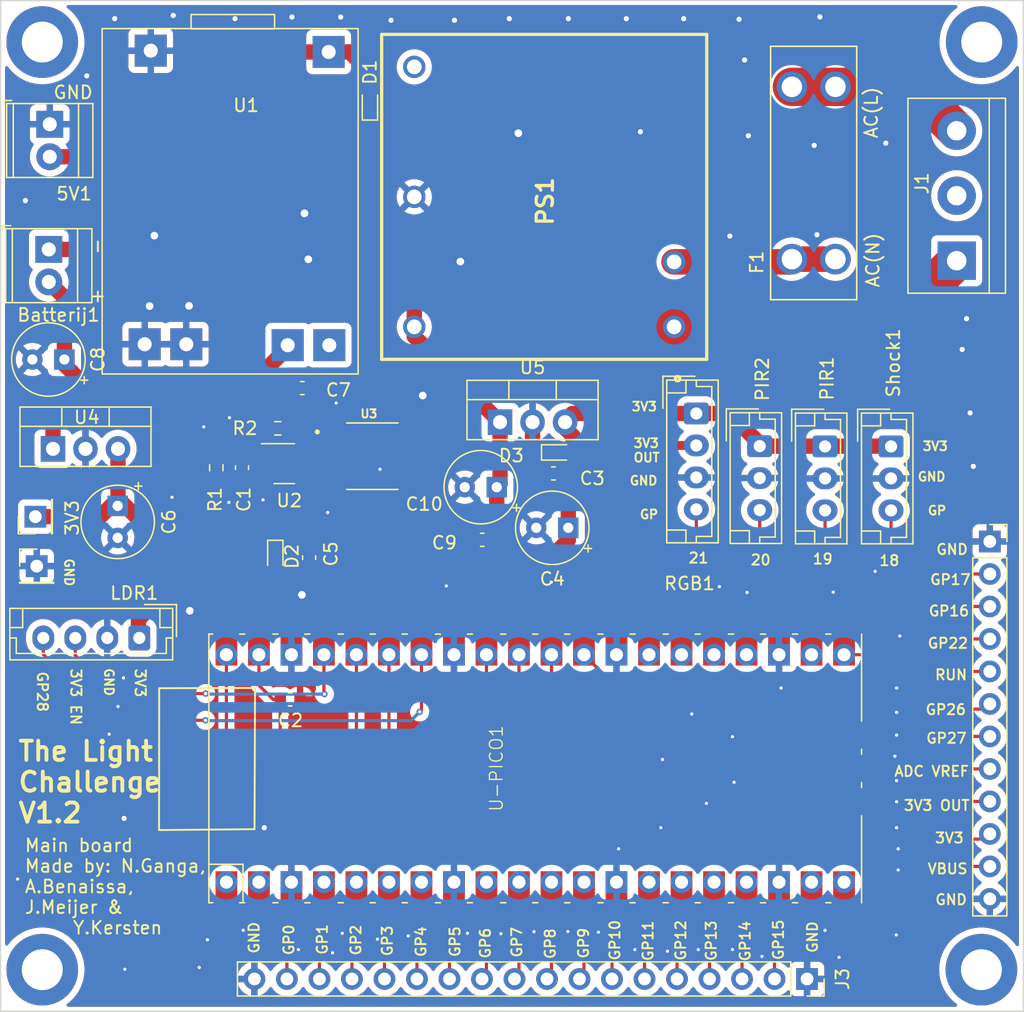
<source format=kicad_pcb>
(kicad_pcb (version 20221018) (generator pcbnew)
  (layers (0 "F.Cu" mixed "Signal&Power1") (31 "B.Cu" mixed "P-") (34 "B.Paste" user) (35 "F.Paste" user) (36 "B.SilkS" user "B.Silkscreen") (37 "F.SilkS" user "F.Silkscreen") (38 "B.Mask" user) (39 "F.Mask" user) (44 "Edge.Cuts" user))
  (net 0 "")
  (net 1 "3V3")
  (net 2 "+5V")
  (net 3 "Net-(U2-VDD)")
  (net 4 "VBUS")
  (net 5 "RUN")
  (net 6 "ADC VREF")
  (net 7 "3V3 OUT")
  (net 8 "3V3 EN")
  (net 9 "GP28")
  (net 10 "GP27")
  (net 11 "GP26")
  (net 12 "GP22")
  (net 13 "GP21")
  (net 14 "GP20")
  (net 15 "GP19")
  (net 16 "GP18")
  (net 17 "GP17")
  (net 18 "GP16")
  (net 19 "GP15")
  (net 20 "GP14")
  (net 21 "GP13")
  (net 22 "GP12")
  (net 23 "GP11")
  (net 24 "GP10")
  (net 25 "GP9")
  (net 26 "GP8")
  (net 27 "GP7")
  (net 28 "GP6")
  (net 29 "GP5")
  (net 30 "GP4")
  (net 31 "GP3")
  (net 32 "GP2")
  (net 33 "GP1")
  (net 34 "GP0")
  (net 35 "Net-(U2-VM)")
  (net 36 "Net-(U2-DO)")
  (net 37 "Net-(U2-CO)")
  (net 38 "OUT+")
  (net 39 "Net-(U3-Pad5)")
  (net 40 "/Battery_charger/Fuse_in")
  (net 41 "/Battery_charger/Fuse")
  (net 43 "/Battery_charger/GNDAC")
  (net 44 "P-")
  (net 45 "Batterij-")
  (net 46 "Batterij+")
  (footprint "MountingHole:MountingHole_3.2mm_M3_DIN965_Pad" (layer "F.Cu") (at 175.6918 148.8948)
    (fp_text reference "H1" hide)
    (fp_text value "MountingHole" hide)
  )
  (footprint "Connector_JST:JST_EH_B4B-EH-A_1x04_P2.50mm_Vertical" (layer "F.Cu") (at 183.2718 122.9614 180)
    (fp_text reference "LDR1")
    (fp_text value "LDR" hide)
  )
  (footprint "BMS:bms" (layer "F.Cu") (at 177.12 78.076)
    (fp_text reference "U1")
    (fp_text value "~")
  )
  (footprint "Package_TO_SOT_SMD:SOT-23-5" (layer "F.Cu") (at 194.6075 109.335)
    (fp_text reference "U2")
    (fp_text value "AP9101CK" hide)
  )
  (footprint "Capacitor_THT:CP_Radial_Tantal_D5.5mm_P2.50mm" (layer "F.Cu") (at 211.203569 111.1758 180)
    (fp_text reference "C10")
    (fp_text value "C_Polarized" hide)
  )
  (footprint "Capacitor_SMD:C_0603_1608Metric" (layer "F.Cu") (at 210.0704 115.2906 180)
    (fp_text reference "C9")
    (fp_text value "100n" hide)
  )
  (footprint "3557-2:FUSE_3557-2" (layer "F.Cu") (at 235.966 86.614 90)
    (fp_text reference "F1")
    (fp_text value "Fuse" hide)
  )
  (footprint "Capacitor_SMD:C_0603_1608Metric" (layer "F.Cu") (at 215.633 110.1 180)
    (fp_text reference "C3")
    (fp_text value "100n" hide)
  )
  (footprint "Capacitor_SMD:C_0603_1608Metric" (layer "F.Cu") (at 191.3 109.65 -90)
    (fp_text reference "C1")
    (fp_text value "100n" hide)
  )
  (footprint "Diode_SMD:D_SOD-523" (layer "F.Cu") (at 215.962 108.458)
    (fp_text reference "D3")
    (fp_text value "ESD9B3.3ST5G" hide)
  )
  (footprint "Connector_PinHeader_2.54mm:PinHeader_1x01_P2.54mm_Vertical" (layer "F.Cu") (at 175.15 113.48 90)
    (fp_text reference "3V3")
    (fp_text value "Conn_01x01_Socket" hide)
  )
  (footprint "Package_TO_SOT_THT:TO-220-3_Vertical" (layer "F.Cu") (at 211.46 106.09)
    (fp_text reference "U5")
    (fp_text value "~")
  )
  (footprint "Capacitor_SMD:C_0603_1608Metric" (layer "F.Cu") (at 196.5452 116.6876 90)
    (fp_text reference "C5")
    (fp_text value "100n" hide)
  )
  (footprint "Package_TO_SOT_THT:TO-220-3_Vertical" (layer "F.Cu") (at 176.53 108.18)
    (fp_text reference "U4")
    (fp_text value "~")
  )
  (footprint "KiCad:TMPS05-105" (layer "F.Cu") (at 214.91 88.48 90)
    (fp_text reference "PS1")
    (fp_text value "TMPS_05-105" hide)
  )
  (footprint "TerminalBlock_TE-Connectivity:TerminalBlock_TE_282834-2_1x02_P2.54mm_Horizontal" (layer "F.Cu") (at 176.2 92.59 -90)
    (fp_text reference "Batterij1")
    (fp_text value "Screw_Terminal_01x02" hide)
  )
  (footprint "Capacitor_SMD:C_0603_1608Metric" (layer "F.Cu") (at 195.059 127.762)
    (fp_text reference "C2")
    (fp_text value "100n" hide)
  )
  (footprint "Connector_PinSocket_2.54mm:PinSocket_1x12_P2.54mm_Vertical" (layer "F.Cu") (at 249.73 115.42)
    (fp_text reference "J4" hide)
    (fp_text value "Conn_01x12_Socket" hide)
  )
  (footprint "Connector_JST:JST_EH_B3B-EH-A_1x03_P2.50mm_Vertical" (layer "F.Cu") (at 236.855 107.99 -90)
    (fp_text reference "PIR1")
    (fp_text value "~")
  )
  (footprint "MountingHole:MountingHole_3.2mm_M3_DIN965_Pad" (layer "F.Cu") (at 249.0978 76.3778)
    (fp_text reference "H3" hide)
    (fp_text value "MountingHole" hide)
  )
  (footprint "TerminalBlock:TerminalBlock_bornier-3_P5.08mm" (layer "F.Cu") (at 247.142 93.472 90)
    (fp_text reference "J1")
    (fp_text value "Screw_Terminal_01x03" hide)
  )
  (footprint "Capacitor_SMD:C_0603_1608Metric" (layer "F.Cu") (at 196.0118 103.4288)
    (fp_text reference "C7")
    (fp_text value "100n" hide)
  )
  (footprint "Connector_PinSocket_2.54mm:PinSocket_1x18_P2.54mm_Vertical" (layer "F.Cu") (at 235.45 149.62 -90)
    (fp_text reference "J3")
    (fp_text value "Conn_01x18_Socket" hide)
  )
  (footprint "Capacitor_THT:CP_Radial_Tantal_D5.5mm_P2.50mm" (layer "F.Cu") (at 216.791569 114.3508 180)
    (fp_text reference "C4")
    (fp_text value "C_Polarized" hide)
  )
  (footprint "Capacitor_THT:CP_Radial_Tantal_D5.5mm_P2.50mm" (layer "F.Cu") (at 177.421569 101.1936 180)
    (fp_text reference "C8")
    (fp_text value "C_Polarized" hide)
  )
  (footprint "Pico footprint:PICO" (layer "F.Cu") (at 211.67 133.16 90)
    (fp_text reference "U-PICO1")
    (fp_text value "~")
  )
  (footprint "TerminalBlock_TE-Connectivity:TerminalBlock_TE_282834-2_1x02_P2.54mm_Horizontal" (layer "F.Cu") (at 176.276 82.804 -90)
    (fp_text reference "5V1")
    (fp_text value "Conn_01x02_Socket" hide)
  )
  (footprint "Connector_JST:JST_EH_B4B-EH-A_1x04_P2.50mm_Vertical" (layer "F.Cu") (at 226.7966 105.4138 -90)
    (fp_text reference "RGB1")
    (fp_text value "RGB" hide)
  )
  (footprint "Diode_SMD:D_SOD-523" (layer "F.Cu") (at 201.295 81.215 90)
    (fp_text reference "D1")
    (fp_text value "ESD9B3.3ST5G" hide)
  )
  (footprint "MountingHole:MountingHole_3.2mm_M3_DIN965_Pad" (layer "F.Cu") (at 175.6918 76.3778)
    (fp_text reference "H2" hide)
    (fp_text value "MountingHole" hide)
  )
  (footprint "Connector_JST:JST_EH_B3B-EH-A_1x03_P2.50mm_Vertical" (layer "F.Cu") (at 242.0112 107.99 -90)
    (fp_text reference "Shock1")
    (fp_text value "~")
  )
  (footprint "MountingHole:MountingHole_3.2mm_M3_DIN965_Pad" (layer "F.Cu") (at 249.0724 148.8948)
    (fp_text reference "H4" hide)
    (fp_text value "MountingHole" hide)
  )
  (footprint "Connector_JST:JST_EH_B3B-EH-A_1x03_P2.50mm_Vertical" (layer "F.Cu") (at 231.7496 107.9646 -90)
    (fp_text reference "PIR2")
    (fp_text value "~")
  )
  (footprint "Resistor_SMD:R_0603_1608Metric" (layer "F.Cu") (at 189.29 109.65 90)
    (fp_text reference "R1")
    (fp_text value "330" hide)
  )
  (footprint "Connector_PinHeader_2.54mm:PinHeader_1x01_P2.54mm_Vertical" (layer "F.Cu") (at 175.26 117.348)
    (fp_text reference "P-1" hide)
    (fp_text value "Conn_01x01_Socket" hide)
  )
  (footprint "Capacitor_THT:CP_Radial_Tantal_D5.5mm_P2.50mm" (layer "F.Cu") (at 181.5846 112.6382 -90)
    (fp_text reference "C6")
    (fp_text value "C_Polarized" hide)
  )
  (footprint "Diode_SMD:D_SOD-523" (layer "F.Cu") (at 193.9 116.586 -90)
    (fp_text reference "D2")
    (fp_text value "ESD9B3.3ST5G" hide)
  )
  (footprint "Resistor_SMD:R_0603_1608Metric" (layer "F.Cu") (at 194.105 106.575 180)
    (fp_text reference "R2")
    (fp_text value "2K7" hide)
  )
  (footprint "MOSFET footprint:SOIC127P600X175-8N" (layer "F.Cu") (at 201.48 108.755)
    (fp_text reference "U3")
    (fp_text value "SP8K32FRATB" hide)
  )
  (gr_line (start 192.318 126.87) (end 192.278 137.91) (stroke (width 0.15)) (layer "F.SilkS"))
  (gr_line (start 184.818 137.98) (end 184.828 126.89) (stroke (width 0.15)) (layer "F.SilkS"))
  (gr_line (start 184.828 126.89) (end 192.318 126.87) (stroke (width 0.15)) (layer "F.SilkS"))
  (gr_line (start 192.278 137.91) (end 184.818 137.98) (stroke (width 0.15)) (layer "F.SilkS"))
  (gr_rect (start 172.44 73.14) (end 252.35 152.14) (stroke (width 0.1)) (fill none) (layer "Edge.Cuts"))
  (gr_text "3V3" (at 182.88 125.2728 -90) (layer "F.SilkS") (effects (font (size 0.8 0.8) (thickness 0.15) bold) (justify left bottom)))
  (gr_text "GND" (at 180.4924 125.2474 270) (layer "F.SilkS") (effects (font (size 0.7 0.7)) (justify left bottom)))
  (gr_text "GP" (at 244.8052 113.411) (layer "F.SilkS") (effects (font (size 0.7 0.7)) (justify left bottom)))
  (gr_text "GND" (at 221.5134 111.0742) (layer "F.SilkS") (effects (font (size 0.7 0.7)) (justify left bottom)))
  (gr_text "20" (at 230.9622 117.3334) (layer "F.SilkS") (effects (font (size 0.8 0.8) (thickness 0.15) bold) (justify left bottom)))
  (gr_text "GP14" (at 231.08 148.32 90) (layer "F.SilkS") (effects (font (size 0.8 0.8) (thickness 0.15) bold) (justify left bottom)))
  (gr_text "GP8" (at 215.85 148.14 90) (layer "F.SilkS") (effects (font (size 0.8 0.8) (thickness 0.15) bold) (justify left bottom)))
  (gr_text "ADC VREF" (at 242.189 133.858) (layer "F.SilkS") (effects (font (size 0.8 0.8) (thickness 0.15) bold) (justify left bottom)))
  (gr_text "GP22" (at 244.793 123.842) (layer "F.SilkS") (effects (font (size 0.8 0.8) (thickness 0.15) bold) (justify left bottom)))
  (gr_text "19" (at 235.8136 117.2572) (layer "F.SilkS") (effects (font (size 0.8 0.8) (thickness 0.15) bold) (justify left bottom)))
  (gr_text "The Light \nChallenge \nV1.2" (at 173.68 137.52) (layer "F.SilkS") (effects (font (size 1.5 1.5) (thickness 0.3) bold) (justify left bottom)))
  (gr_text "RUN" (at 245.364 126.3142) (layer "F.SilkS") (effects (font (size 0.8 0.8) (thickness 0.15) bold) (justify left bottom)))
  (gr_text "21" (at 226.1108 117.181) (layer "F.SilkS") (effects (font (size 0.8 0.8) (thickness 0.15) bold) (justify left bottom)))
  (gr_text "GP16" (at 244.873 121.322) (layer "F.SilkS") (effects (font (size 0.8 0.8) (thickness 0.15) bold) (justify left bottom)))
  (gr_text "Main board\nMade by: N.Ganga, \nA.Benaissa,\nJ.Meijer & \n	Y.Kersten" (at 174.244 146.2024) (layer "F.SilkS") (effects (font (size 1 1)) (justify left bottom)))
  (gr_text "GP13" (at 228.43 148.29 90) (layer "F.SilkS") (effects (font (size 0.8 0.8) (thickness 0.15) bold) (justify left bottom)))
  (gr_text "GP0" (at 195.43 147.84 90) (layer "F.SilkS") (effects (font (size 0.8 0.8) (thickness 0.15) bold) (justify left bottom)))
  (gr_text "GP11" (at 223.49 148.3 90) (layer "F.SilkS") (effects (font (size 0.8 0.8) (thickness 0.15) bold) (justify left bottom)))
  (gr_text "GP1" (at 198.04 147.81 90) (layer "F.SilkS") (effects (font (size 0.8 0.8) (thickness 0.15) bold) (justify left bottom)))
  (gr_text "+" (at 180.0352 96.1898) (layer "F.SilkS") (effects (font (size 1 1))))
  (gr_text "GP7" (at 213.24 148.02 90) (layer "F.SilkS") (effects (font (size 0.8 0.8) (thickness 0.15) bold) (justify left bottom)))
  (gr_text "GP9" (at 218.45 148.1 90) (layer "F.SilkS") (effects (font (size 0.8 0.8) (thickness 0.15) bold) (justify left bottom)))
  (gr_text "3V3 OUT" (at 242.9256 136.525) (layer "F.SilkS") (effects (font (size 0.8 0.8) (thickness 0.15) bold) (justify left bottom)))
  (gr_text "GND" (at 244.0178 110.7694) (layer "F.SilkS") (effects (font (size 0.7 0.7)) (justify left bottom)))
  (gr_text "GP17" (at 244.983 118.872) (layer "F.SilkS") (effects (font (size 0.8 0.8) (thickness 0.15) bold) (justify left bottom)))
  (gr_text "GND" (at 192.71 147.71 90) (layer "F.SilkS") (effects (font (size 0.8 0.8) (thickness 0.15) bold) (justify left bottom)))
  (gr_text "GP5" (at 208.41 147.98 90) (layer "F.SilkS") (effects (font (size 0.8 0.8) (thickness 0.15) bold) (justify left bottom)))
  (gr_text "3V3" (at 221.6658 105.283) (layer "F.SilkS") (effects (font (size 0.7 0.7)) (justify left bottom)))
  (gr_text "GP3" (at 203.12 147.92 90) (layer "F.SilkS") (effects (font (size 0.8 0.8) (thickness 0.15) bold) (justify left bottom)))
  (gr_text "3V3 EN" (at 177.8508 125.2728 -90) (layer "F.SilkS") (effects (font (size 0.8 0.8) (thickness 0.15) bold) (justify left bottom)))
  (gr_text "GP6" (at 210.78 148.1 90) (layer "F.SilkS") (effects (font (size 0.8 0.8) (thickness 0.15) bold) (justify left bottom)))
  (gr_text "3V3" (at 244.3988 108.3818) (layer "F.SilkS") (effects (font (size 0.7 0.7)) (justify left bottom)))
  (gr_text "GP28" (at 175.2346 125.5014 -90) (layer "F.SilkS") (effects (font (size 0.8 0.8) (thickness 0.15) bold) (justify left bottom)))
  (gr_text "GND" (at 178.1048 80.3148) (layer "F.SilkS") (effects (font (size 1 1))))
  (gr_text "GP27" (at 244.6782 131.2672) (layer "F.SilkS") (effects (font (size 0.8 0.8) (thickness 0.15) bold) (justify left bottom)))
  (gr_text "GP" (at 222.3008 113.7158) (layer "F.SilkS") (effects (font (size 0.7 0.7)) (justify left bottom)))
  (gr_text "GP2" (at 200.67 147.86 90) (layer "F.SilkS") (effects (font (size 0.8 0.8) (thickness 0.15) bold) (justify left bottom)))
  (gr_text "18" (at 241.0206 117.3842) (layer "F.SilkS") (effects (font (size 0.8 0.8) (thickness 0.15) bold) (justify left bottom)))
  (gr_text "GND" (at 236.34 147.66 90) (layer "F.SilkS") (effects (font (size 0.8 0.8) (thickness 0.15) bold) (justify left bottom)))
  (gr_text "3V3\nOUT" (at 221.8182 109.2708) (layer "F.SilkS") (effects (font (size 0.7 0.7)) (justify left bottom)))
  (gr_text "GP15" (at 233.68 148.22 90) (layer "F.SilkS") (effects (font (size 0.8 0.8) (thickness 0.15) bold) (justify left bottom)))
  (gr_text "GND" (at 245.4656 116.5098) (layer "F.SilkS") (effects (font (size 0.8 0.8) (thickness 0.15) bold) (justify left bottom)))
  (gr_text "GP4" (at 205.75 147.98 90) (layer "F.SilkS") (effects (font (size 0.8 0.8) (thickness 0.15) bold) (justify left bottom)))
  (gr_text "AC(N)" (at 240.5888 93.4212 90) (layer "F.SilkS") (effects (font (size 1 1))))
  (gr_text "AC(L)" (at 240.4618 81.8896 90) (layer "F.SilkS") (effects (font (size 1 1))))
  (gr_text "-" (at 180.1114 92.3544 -90) (layer "F.SilkS") (effects (font (size 1 1))))
  (gr_text "GP12" (at 226.05 148.26 90) (layer "F.SilkS") (effects (font (size 0.8 0.8) (thickness 0.15) bold) (justify left bottom)))
  (gr_text "GP10" (at 220.9 148.25 90) (layer "F.SilkS") (effects (font (size 0.8 0.8) (thickness 0.15) bold) (justify left bottom)))
  (gr_text "GP26" (at 244.6274 129.032) (layer "F.SilkS") (effects (font (size 0.8 0.8) (thickness 0.15) bold) (justify left bottom)))
  (gr_text "GND" (at 245.3894 143.891) (layer "F.SilkS") (effects (font (size 0.8 0.8) (thickness 0.15) bold) (justify left bottom)))
  (gr_text "GND" (at 177.38 116.67 270) (layer "F.SilkS") (effects (font (size 0.7 0.7)) (justify left bottom)))
  (gr_text "VBUS" (at 244.79 141.478) (layer "F.SilkS") (effects (font (size 0.8 0.8) (thickness 0.15) bold) (justify left bottom)))
  (gr_text "3V3" (at 245.364 139.065) (layer "F.SilkS") (effects (font (size 0.8 0.8) (thickness 0.15) bold) (justify left bottom)))
  (segment (start 181.6352 112.09) (end 187.12 117.5748) (width 1.2) (layer "F.Cu") (net 1))
  (segment (start 231.7496 107.7722) (end 229.3912 105.4138) (width 1.2) (layer "F.Cu") (net 1))
  (segment (start 231.7496 107.9646) (end 231.7496 107.7722) (width 1.2) (layer "F.Cu") (net 1))
  (segment (start 192.62 120) (end 192.62 124.27) (width 1.2) (layer "F.Cu") (net 1))
  (segment (start 194.284 127.762) (end 193.724 127.762) (width 0.25) (layer "F.Cu") (net 1))
  (segment (start 180.22 113.48) (end 181.61 112.09) (width 1.2) (layer "F.Cu") (net 1))
  (segment (start 183.21 122.8996) (end 183.2718 122.9614) (width 1.2) (layer "F.Cu") (net 1))
  (segment (start 201.422 138.684) (end 194.284 131.546) (width 0.25) (layer "F.Cu") (net 1))
  (segment (start 175.15 113.48) (end 180.22 113.48) (width 1.2) (layer "F.Cu") (net 1))
  (segment (start 192.6 117.6) (end 214.505 117.6) (width 1.2) (layer "F.Cu") (net 1))
  (segment (start 241.9858 107.9646) (end 242.0112 107.99) (width 1.2) (layer "F.Cu") (net 1))
  (segment (start 194.284 131.546) (end 194.284 127.762) (width 0.25) (layer "F.Cu") (net 1))
  (segment (start 192.62 126.658) (end 192.62 124.27) (width 0.25) (layer "F.Cu") (net 1))
  (segment (start 216.54 106.09) (end 216.54 105.9892) (width 1.2) (layer "F.Cu") (net 1))
  (segment (start 217.1154 105.4138) (end 226.7966 105.4138) (width 1.2) (layer "F.Cu") (net 1))
  (segment (start 217.052 110.1) (end 217.17 109.982) (width 0.25) (layer "F.Cu") (net 1))
  (segment (start 229.3912 105.4138) (end 226.7966 105.4138) (width 1.2) (layer "F.Cu") (net 1))
  (segment (start 190.22 117.6) (end 192.6 117.6) (width 1.2) (layer "F.Cu") (net 1))
  (segment (start 190.22 117.6) (end 192.62 120) (width 1.2) (layer "F.Cu") (net 1))
  (segment (start 216.54 106.558) (end 217.17 107.188) (width 1.2) (layer "F.Cu") (net 1))
  (segment (start 187.12 117.6) (end 188.5 117.6) (width 1.2) (layer "F.Cu") (net 1))
  (segment (start 181.61 112.09) (end 181.6352 112.09) (width 1.2) (layer "F.Cu") (net 1))
  (segment (start 181.61 108.18) (end 181.61 112.09) (width 1.2) (layer "F.Cu") (net 1))
  (segment (start 216.791569 114.3508) (end 216.791569 110.360431) (width 1.2) (layer "F.Cu") (net 1))
  (segment (start 183.21 121.51) (end 183.21 122.8996) (width 1.2) (layer "F.Cu") (net 1))
  (segment (start 216.54 106.09) (end 216.54 106.558) (width 1.2) (layer "F.Cu") (net 1))
  (segment (start 216.408 110.1) (end 217.052 110.1) (width 0.25) (layer "F.Cu") (net 1))
  (segment (start 192.6 117.6) (end 192.62 117.62) (width 1.2) (layer "F.Cu") (net 1))
  (segment (start 216.791569 110.360431) (end 217.17 109.982) (width 1.2) (layer "F.Cu") (net 1))
  (segment (start 249.326 138.684) (end 201.422 138.684) (width 0.25) (layer "F.Cu") (net 1))
  (segment (start 249.73 138.28) (end 249.326 138.684) (width 0.25) (layer "F.Cu") (net 1))
  (segment (start 216.662 108.458) (end 217.17 108.458) (width 0.25) (layer "F.Cu") (net 1))
  (segment (start 214.505 117.6) (end 216.791569 115.313431) (width 1.2) (layer "F.Cu") (net 1))
  (segment (start 187.12 117.5748) (end 187.12 117.6) (width 1.2) (layer "F.Cu") (net 1))
  (segment (start 217.17 107.188) (end 217.17 108.458) (width 1.2) (layer "F.Cu") (net 1))
  (segment (start 183.21 121.51) (end 187.12 117.6) (width 1.2) (layer "F.Cu") (net 1))
  (segment (start 216.791569 115.313431) (end 216.791569 114.3508) (width 1.2) (layer "F.Cu") (net 1))
  (segment (start 216.54 105.9892) (end 217.1154 105.4138) (width 1.2) (layer "F.Cu") (net 1))
  (segment (start 193.724 127.762) (end 192.62 126.658) (width 0.25) (layer "F.Cu") (net 1))
  (segment (start 188.5 117.6) (end 190.22 117.6) (width 1.2) (layer "F.Cu") (net 1))
  (segment (start 231.7496 107.9646) (end 241.9858 107.9646) (width 1.2) (layer "F.Cu") (net 1))
  (segment (start 217.17 108.458) (end 217.17 109.982) (width 1.2) (layer "F.Cu") (net 1))
  (segment (start 204.76 99.39) (end 211.46 106.09) (width 1.2) (layer "F.Cu") (net 2))
  (segment (start 204.76 94.67) (end 201.66 91.57) (width 1.2) (layer "F.Cu") (net 2))
  (segment (start 211.203569 111.1758) (end 211.203569 114.932431) (width 1.2) (layer "F.Cu") (net 2))
  (segment (start 211.46 110.919369) (end 211.203569 111.1758) (width 1.2) (layer "F.Cu") (net 2))
  (segment (start 176.332 85.4) (end 176.276 85.344) (width 1.2) (layer "F.Cu") (net 2))
  (segment (start 188.09 91.57) (end 181.864 85.344) (width 1.2) (layer "F.Cu") (net 2))
  (segment (start 211.203569 114.932431) (end 210.8454 115.2906) (width 1.2) (layer "F.Cu") (net 2))
  (segment (start 181.991 85.344) (end 181.864 85.344) (width 1.2) (layer "F.Cu") (net 2))
  (segment (start 181.864 85.344) (end 176.276 85.344) (width 1.2) (layer "F.Cu") (net 2))
  (segment (start 198.07 77.151) (end 199.706 77.151) (width 1.2) (layer "F.Cu") (net 2))
  (segment (start 204.76 98.64) (end 204.76 99.39) (width 1.2) (layer "F.Cu") (net 2))
  (segment (start 199.706 77.151) (end 201.295 78.74) (width 1.2) (layer "F.Cu") (net 2))
  (segment (start 190.184 77.151) (end 181.991 85.344) (width 1.2) (layer "F.Cu") (net 2))
  (segment (start 211.46 106.09) (end 211.46 110.919369) (width 1.2) (layer "F.Cu") (net 2))
  (segment (start 198.07 77.151) (end 190.184 77.151) (width 1.2) (layer "F.Cu") (net 2))
  (segment (start 204.76 98.64) (end 204.76 94.67) (width 1.2) (layer "F.Cu") (net 2))
  (segment (start 201.295 78.74) (end 201.295 80.515) (width 1.2) (layer "F.Cu") (net 2))
  (segment (start 201.66 91.57) (end 188.09 91.57) (width 1.2) (layer "F.Cu") (net 2))
  (segment (start 189.29 108.825) (end 191.25 108.825) (width 0.25) (layer "F.Cu") (net 3))
  (segment (start 193.47 109.335) (end 191.76 109.335) (width 0.25) (layer "F.Cu") (net 3))
  (segment (start 191.76 109.335) (end 191.3 108.875) (width 0.25) (layer "F.Cu") (net 3))
  (segment (start 191.25 108.825) (end 191.3 108.875) (width 0.25) (layer "F.Cu") (net 3))
  (segment (start 200.038 140.208) (end 244.498 140.208) (width 0.25) (layer "F.Cu") (net 4))
  (segment (start 190.08 130.25) (end 200.038 140.208) (width 0.25) (layer "F.Cu") (net 4))
  (segment (start 190.08 124.27) (end 190.08 130.25) (width 0.25) (layer "F.Cu") (net 4))
  (segment (start 245.11 140.82) (end 249.73 140.82) (width 0.25) (layer "F.Cu") (net 4))
  (segment (start 244.498 140.208) (end 245.11 140.82) (width 0.25) (layer "F.Cu") (net 4))
  (segment (start 215.48 124.27) (end 215.48 125.68) (width 0.25) (layer "F.Cu") (net 5))
  (segment (start 243.9162 129.667) (end 248.0032 125.58) (width 0.25) (layer "F.Cu") (net 5))
  (segment (start 248.0032 125.58) (end 249.73 125.58) (width 0.25) (layer "F.Cu") (net 5))
  (segment (start 215.48 125.68) (end 219.467 129.667) (width 0.25) (layer "F.Cu") (net 5))
  (segment (start 219.467 129.667) (end 243.9162 129.667) (width 0.25) (layer "F.Cu") (net 5))
  (segment (start 202.78 124.27) (end 202.78 132.227) (width 0.25) (layer "F.Cu") (net 6))
  (segment (start 246.2655 135.001) (end 248.0665 133.2) (width 0.25) (layer "F.Cu") (net 6))
  (segment (start 202.78 132.227) (end 205.554 135.001) (width 0.25) (layer "F.Cu") (net 6))
  (segment (start 248.0665 133.2) (end 249.73 133.2) (width 0.25) (layer "F.Cu") (net 6))
  (segment (start 205.554 135.001) (end 246.2655 135.001) (width 0.25) (layer "F.Cu") (net 6))
  (segment (start 223.1244 107.9138) (end 226.7966 107.9138) (width 0.7) (layer "F.Cu") (net 7))
  (segment (start 216.281 119.9134) (end 220.853 115.3414) (width 0.7) (layer "F.Cu") (net 7))
  (segment (start 200.9902 119.9134) (end 216.281 119.9134) (width 0.7) (layer "F.Cu") (net 7))
  (segment (start 200.24 133.184) (end 203.708 136.652) (width 0.25) (layer "F.Cu") (net 7))
  (segment (start 246.8626 136.652) (end 247.7746 135.74) (width 0.25) (layer "F.Cu") (net 7))
  (segment (start 200.24 120.6636) (end 200.9902 119.9134) (width 0.7) (layer "F.Cu") (net 7))
  (segment (start 203.708 136.652) (end 246.8626 136.652) (width 0.25) (layer "F.Cu") (net 7))
  (segment (start 220.853 110.1852) (end 223.1244 107.9138) (width 0.7) (layer "F.Cu") (net 7))
  (segment (start 200.24 124.27) (end 200.24 133.184) (width 0.25) (layer "F.Cu") (net 7))
  (segment (start 220.853 115.3414) (end 220.853 110.1852) (width 0.7) (layer "F.Cu") (net 7))
  (segment (start 247.7746 135.74) (end 249.73 135.74) (width 0.25) (layer "F.Cu") (net 7))
  (segment (start 200.24 124.27) (end 200.24 120.6636) (width 0.7) (layer "F.Cu") (net 7))
  (segment (start 178.2718 124.3222) (end 178.2718 122.9614) (width 0.25) (layer "F.Cu") (net 8))
  (segment (start 181.2596 127.31) (end 178.2718 124.3222) (width 0.25) (layer "F.Cu") (net 8))
  (segment (start 188.46 127.31) (end 181.2596 127.31) (width 0.25) (layer "F.Cu") (net 8))
  (segment (start 197.7 124.27) (end 197.77 124.34) (width 0.25) (layer "F.Cu") (net 8))
  (segment (start 197.7 124.27) (end 197.7 127.31) (width 0.25) (layer "F.Cu") (net 8))
  (segment (start 197.7 127.31) (end 197.74 127.35) (width 0.25) (layer "F.Cu") (net 8))
  (via (at 197.74 127.35) (size 0.5) (drill 0.25) (layers "F.Cu" "B.Cu") (net 8))
  (via (at 188.46 127.31) (size 0.5) (drill 0.25) (layers "F.Cu" "B.Cu") (net 8))
  (segment (start 197.74 127.35) (end 188.5 127.35) (width 0.25) (layer "B.Cu") (net 8))
  (segment (start 188.5 127.35) (end 188.46 127.31) (width 0.25) (layer "B.Cu") (net 8))
  (segment (start 188.45 129.4) (end 180.9366 129.4) (width 0.25) (layer "F.Cu") (net 9))
  (segment (start 205.32 124.27) (end 205.32 128.6) (width 0.25) (layer "F.Cu") (net 9))
  (segment (start 205.32 128.6) (end 205.18 128.74) (width 0.25) (layer "F.Cu") (net 9))
  (segment (start 180.9366 129.4) (end 175.7718 124.2352) (width 0.25) (layer "F.Cu") (net 9))
  (segment (start 175.7718 124.2352) (end 175.7718 122.9614) (width 0.25) (layer "F.Cu") (net 9))
  (via (at 188.45 129.4) (size 0.5) (drill 0.25) (layers "F.Cu" "B.Cu") (net 9))
  (via (at 205.18 128.74) (size 0.5) (drill 0.25) (layers "F.Cu" "B.Cu") (net 9))
  (segment (start 204.495 129.425) (end 188.475 129.425) (width 0.25) (layer "B.Cu") (net 9))
  (segment (start 205.18 128.74) (end 204.495 129.425) (width 0.25) (layer "B.Cu") (net 9))
  (segment (start 188.475 129.425) (end 188.45 129.4) (width 0.25) (layer "B.Cu") (net 9))
  (segment (start 214.773 133.223) (end 245.872 133.223) (width 0.25) (layer "F.Cu") (net 10))
  (segment (start 210.4 124.27) (end 210.4 128.85) (width 0.25) (layer "F.Cu") (net 10))
  (segment (start 248.435 130.66) (end 249.73 130.66) (width 0.25) (layer "F.Cu") (net 10))
  (segment (start 245.872 133.223) (end 248.435 130.66) (width 0.25) (layer "F.Cu") (net 10))
  (segment (start 210.4 128.85) (end 214.773 133.223) (width 0.25) (layer "F.Cu") (net 10))
  (segment (start 244.983 131.445) (end 247.904 128.524) (width 0.25) (layer "F.Cu") (net 11))
  (segment (start 216.495 131.445) (end 244.983 131.445) (width 0.25) (layer "F.Cu") (net 11))
  (segment (start 247.904 128.524) (end 249.326 128.524) (width 0.25) (layer "F.Cu") (net 11))
  (segment (start 249.326 128.524) (end 249.73 128.12) (width 0.25) (layer "F.Cu") (net 11))
  (segment (start 212.94 127.89) (end 216.495 131.445) (width 0.25) (layer "F.Cu") (net 11))
  (segment (start 212.94 124.27) (end 212.94 127.89) (width 0.25) (layer "F.Cu") (net 11))
  (segment (start 221.766 128.016) (end 243.1796 128.016) (width 0.25) (layer "F.Cu") (net 12))
  (segment (start 218.02 124.27) (end 221.766 128.016) (width 0.25) (layer "F.Cu") (net 12))
  (segment (start 248.1556 123.04) (end 249.73 123.04) (width 0.25) (layer "F.Cu") (net 12))
  (segment (start 243.1796 128.016) (end 248.1556 123.04) (width 0.25) (layer "F.Cu") (net 12))
  (segment (start 223.1 119.9016) (end 226.7966 116.205) (width 0.25) (layer "F.Cu") (net 13))
  (segment (start 226.7966 116.205) (end 226.7966 112.9138) (width 0.25) (layer "F.Cu") (net 13))
  (segment (start 223.1 124.27) (end 223.1 119.9016) (width 0.25) (layer "F.Cu") (net 13))
  (segment (start 229.8192 116.332) (end 230.5812 116.332) (width 0.25) (layer "F.Cu") (net 14))
  (segment (start 230.5812 116.332) (end 231.7496 115.1636) (width 0.25) (layer "F.Cu") (net 14))
  (segment (start 225.64 124.27) (end 225.64 120.5112) (width 0.25) (layer "F.Cu") (net 14))
  (segment (start 231.7496 115.1636) (end 231.7496 112.9646) (width 0.25) (layer "F.Cu") (net 14))
  (segment (start 225.64 120.5112) (end 229.8192 116.332) (width 0.25) (layer "F.Cu") (net 14))
  (segment (start 232.1052 117.0178) (end 236.1438 117.0178) (width 0.25) (layer "F.Cu") (net 15))
  (segment (start 236.855 116.3066) (end 236.855 112.99) (width 0.25) (layer "F.Cu") (net 15))
  (segment (start 228.18 124.27) (end 228.18 120.943) (width 0.25) (layer "F.Cu") (net 15))
  (segment (start 236.1438 117.0178) (end 236.855 116.3066) (width 0.25) (layer "F.Cu") (net 15))
  (segment (start 228.18 120.943) (end 232.1052 117.0178) (width 0.25) (layer "F.Cu") (net 15))
  (segment (start 233.2482 118.5418) (end 238.6076 118.5418) (width 0.25) (layer "F.Cu") (net 16))
  (segment (start 230.72 121.07) (end 233.2482 118.5418) (width 0.25) (layer "F.Cu") (net 16))
  (segment (start 242.0112 115.1382) (end 242.0112 112.99) (width 0.25) (layer "F.Cu") (net 16))
  (segment (start 230.72 124.27) (end 230.72 121.07) (width 0.25) (layer "F.Cu") (net 16))
  (segment (start 238.6076 118.5418) (end 242.0112 115.1382) (width 0.25) (layer "F.Cu") (net 16))
  (segment (start 249.707 117.983) (end 249.73 117.96) (width 0.25) (layer "F.Cu") (net 17))
  (segment (start 235.8 124.27) (end 235.8 121.2478) (width 0.25) (layer "F.Cu") (net 17))
  (segment (start 235.8 121.2478) (end 236.8804 120.1674) (width 0.25) (layer "F.Cu") (net 17))
  (segment (start 236.8804 120.1674) (end 244.221 120.1674) (width 0.25) (layer "F.Cu") (net 17))
  (segment (start 244.221 120.1674) (end 246.4284 117.96) (width 0.25) (layer "F.Cu") (net 17))
  (segment (start 246.4284 117.96) (end 249.73 117.96) (width 0.25) (layer "F.Cu") (net 17))
  (segment (start 238.34 124.27) (end 244.284 124.27) (width 0.25) (layer "F.Cu") (net 18))
  (segment (start 238.34 124.27) (end 238.51 124.27) (width 0.25) (layer "F.Cu") (net 18))
  (segment (start 248.054 120.5) (end 249.73 120.5) (width 0.25) (layer "F.Cu") (net 18))
  (segment (start 244.284 124.27) (end 248.054 120.5) (width 0.25) (layer "F.Cu") (net 18))
  (segment (start 238.33 143.97) (end 238.33 145.64) (width 0.25) (layer "F.Cu") (net 19))
  (segment (start 238.33 145.64) (end 236.81 147.16) (width 0.25) (layer "F.Cu") (net 19))
  (segment (start 232.91 148.09) (end 232.91 149.62) (width 0.25) (layer "F.Cu") (net 19))
  (segment (start 238.34 143.96) (end 238.33 143.97) (width 0.25) (layer "F.Cu") (net 19))
  (segment (start 233.84 147.16) (end 232.91 148.09) (width 0.25) (layer "F.Cu") (net 19))
  (segment (start 238.34 142.05) (end 238.34 143.96) (width 0.25) (layer "F.Cu") (net 19))
  (segment (start 236.81 147.16) (end 233.84 147.16) (width 0.25) (layer "F.Cu") (net 19))
  (segment (start 235.8 144.06) (end 235.75 144.11) (width 0.25) (layer "F.Cu") (net 20))
  (segment (start 235.8 142.05) (end 235.8 145.03) (width 0.25) (layer "F.Cu") (net 20))
  (segment (start 230.37 147.91) (end 230.37 149.62) (width 0.25) (layer "F.Cu") (net 20))
  (segment (start 234.58 146.25) (end 232.03 146.25) (width 0.25) (layer "F.Cu") (net 20))
  (segment (start 235.8 145.03) (end 234.58 146.25) (width 0.25) (layer "F.Cu") (net 20))
  (segment (start 232.03 146.25) (end 230.37 147.91) (width 0.25) (layer "F.Cu") (net 20))
  (segment (start 230.72 144.81) (end 227.83 147.7) (width 0.25) (layer "F.Cu") (net 21))
  (segment (start 230.72 142.05) (end 230.72 144.81) (width 0.25) (layer "F.Cu") (net 21))
  (segment (start 227.83 147.7) (end 227.83 149.62) (width 0.25) (layer "F.Cu") (net 21))
  (segment (start 228.18 142.05) (end 228.18 144.82) (width 0.25) (layer "F.Cu") (net 22))
  (segment (start 228.18 144.82) (end 225.29 147.71) (width 0.25) (layer "F.Cu") (net 22))
  (segment (start 225.29 147.71) (end 225.29 149.62) (width 0.25) (layer "F.Cu") (net 22))
  (segment (start 225.64 145) (end 222.75 147.89) (width 0.25) (layer "F.Cu") (net 23))
  (segment (start 225.64 142.05) (end 225.64 145) (width 0.25) (layer "F.Cu") (net 23))
  (segment (start 222.75 147.89) (end 222.75 149.62) (width 0.25) (layer "F.Cu") (net 23))
  (segment (start 223.1 145.05) (end 220.21 147.94) (width 0.25) (layer "F.Cu") (net 24))
  (segment (start 223.1 142.05) (end 223.1 145.05) (width 0.25) (layer "F.Cu") (net 24))
  (segment (start 220.21 147.94) (end 220.21 149.62) (width 0.25) (layer "F.Cu") (net 24))
  (segment (start 218.02 142.05) (end 218.04 142.07) (width 0.25) (layer "F.Cu") (net 25))
  (segment (start 218.02 149.27) (end 217.67 149.62) (width 0.25) (layer "F.Cu") (net 25))
  (segment (start 218.02 142.05) (end 218.02 149.27) (width 0.25) (layer "F.Cu") (net 25))
  (segment (start 215.48 142.05) (end 215.48 149.27) (width 0.25) (layer "F.Cu") (net 26))
  (segment (start 215.48 149.27) (end 215.13 149.62) (width 0.25) (layer "F.Cu") (net 26))
  (segment (start 212.94 149.27) (end 212.59 149.62) (width 0.25) (layer "F.Cu") (net 27))
  (segment (start 212.94 142.05) (end 212.94 149.27) (width 0.25) (layer "F.Cu") (net 27))
  (segment (start 210.4 142.05) (end 210.4 149.27) (width 0.25) (layer "F.Cu") (net 28))
  (segment (start 210.4 149.27) (end 210.05 149.62) (width 0.25) (layer "F.Cu") (net 28))
  (segment (start 205.32 142.05) (end 205.32 146.13) (width 0.25) (layer "F.Cu") (net 29))
  (segment (start 205.32 146.13) (end 207.51 148.32) (width 0.25) (layer "F.Cu") (net 29))
  (segment (start 207.51 148.32) (end 207.51 149.62) (width 0.25) (layer "F.Cu") (net 29))
  (segment (start 204.97 148.13) (end 204.97 149.62) (width 0.25) (layer "F.Cu") (net 30))
  (segment (start 202.78 145.94) (end 204.97 148.13) (width 0.25) (layer "F.Cu") (net 30))
  (segment (start 202.78 142.05) (end 202.78 145.94) (width 0.25) (layer "F.Cu") (net 30))
  (segment (start 202.43 148.1) (end 202.43 149.62) (width 0.25) (layer "F.Cu") (net 31))
  (segment (start 200.24 142.05) (end 200.24 145.91) (width 0.25) (layer "F.Cu") (net 31))
  (segment (start 200.24 145.91) (end 202.43 148.1) (width 0.25) (layer "F.Cu") (net 31))
  (segment (start 197.7 145.72) (end 199.89 147.91) (width 0.25) (layer "F.Cu") (net 32))
  (segment (start 197.7 142.05) (end 197.7 145.72) (width 0.25) (layer "F.Cu") (net 32))
  (segment (start 199.89 147.91) (end 199.89 149.62) (width 0.25) (layer "F.Cu") (net 32))
  (segment (start 193.2 146.09) (end 195.91 146.09) (width 0.25) (layer "F.Cu") (net 33))
  (segment (start 192.62 142.05) (end 192.62 145.51) (width 0.25) (layer "F.Cu") (net 33))
  (segment (start 192.62 145.51) (end 193.2 146.09) (width 0.25) (layer "F.Cu") (net 33))
  (segment (start 197.35 147.53) (end 197.35 149.62) (width 0.25) (layer "F.Cu") (net 33))
  (segment (start 195.91 146.09) (end 197.35 147.53) (width 0.25) (layer "F.Cu") (net 33))
  (segment (start 193.8528 147.2946) (end 194.81 148.2518) (width 0.25) (layer "F.Cu") (net 34))
  (segment (start 191.2446 147.2946) (end 193.8528 147.2946) (width 0.25) (layer "F.Cu") (net 34))
  (segment (start 194.81 148.2518) (end 194.81 149.62) (width 0.25) (layer "F.Cu") (net 34))
  (segment (start 190.016 141.986) (end 190.08 142.05) (width 0.25) (layer "F.Cu") (net 34))
  (segment (start 190.08 146.13) (end 191.2446 147.2946) (width 0.25) (layer "F.Cu") (net 34))
  (segment (start 190.08 142.05) (end 190.08 146.13) (width 0.25) (layer "F.Cu") (net 34))
  (segment (start 193.28 106.575) (end 193.28 108.195) (width 0.25) (layer "F.Cu") (net 35))
  (segment (start 193.28 108.195) (end 193.47 108.385) (width 0.25) (layer "F.Cu") (net 35))
  (segment (start 193.47 106.765) (end 193.28 106.575) (width 0.25) (layer "F.Cu") (net 35))
  (segment (start 196.12 110.66) (end 195.745 110.285) (width 0.25) (layer "F.Cu") (net 36))
  (segment (start 198.74 110.66) (end 196.12 110.66) (width 0.25) (layer "F.Cu") (net 36))
  (segment (start 195.745 108.385) (end 196.923 108.385) (width 0.25) (layer "F.Cu") (net 37))
  (segment (start 197.188 108.12) (end 198.74 108.12) (width 0.25) (layer "F.Cu") (net 37))
  (segment (start 196.923 108.385) (end 197.188 108.12) (width 0.25) (layer "F.Cu") (net 37))
  (segment (start 206.502 110.236) (end 206.078 110.66) (width 0.25) (layer "F.Cu") (net 39))
  (segment (start 204.22 108.12) (end 205.656 108.12) (width 0.25) (layer "F.Cu") (net 39))
  (segment (start 206.078 110.66) (end 204.22 110.66) (width 0.25) (layer "F.Cu") (net 39))
  (segment (start 205.656 108.12) (end 206.502 108.966) (width 0.25) (layer "F.Cu") (net 39))
  (segment (start 206.502 108.966) (end 206.502 110.236) (width 0.25) (layer "F.Cu") (net 39))
  (segment (start 234.266 79.879) (end 237.666 79.879) (width 3) (layer "F.Cu") (net 40))
  (segment (start 247.142 83.312) (end 243.709 79.879) (width 3) (layer "F.Cu") (net 40))
  (segment (start 243.709 79.879) (end 237.666 79.879) (width 3) (layer "F.Cu") (net 40))
  (segment (start 237.666 93.349) (end 234.266 93.349) (width 2) (layer "F.Cu") (net 41))
  (segment (start 234.055 93.56) (end 234.266 93.349) (width 2) (layer "F.Cu") (net 41))
  (segment (start 225.06 93.56) (end 234.055 93.56) (width 2) (layer "F.Cu") (net 41))
  (segment (start 247.142 93.472) (end 240.919 99.695) (width 3) (layer "F.Cu") (net 43))
  (segment (start 240.919 99.695) (end 226.115 99.695) (width 3) (layer "F.Cu") (net 43))
  (segment (start 226.115 99.695) (end 225.06 98.64) (width 3) (layer "F.Cu") (net 43))
  (segment (start 214 109.242) (end 214.858 110.1) (width 1.2) (layer "F.Cu") (net 44))
  (segment (start 214 106.09) (end 214 109.242) (width 1.2) (layer "F.Cu") (net 44))
  (segment (start 194.93 106.575) (end 195.205 106.85) (width 0.25) (layer "F.Cu") (net 44))
  (segment (start 214 109.242) (end 214.354 109.242) (width 1.2) (layer "F.Cu") (net 44))
  (segment (start 214.354 109.242) (end 215.138 108.458) (width 1.2) (layer "F.Cu") (net 44))
  (segment (start 215.138 108.458) (end 215.262 108.458) (width 1.2) (layer "F.Cu") (net 44))
  (via (at 211.53 146.08) (size 0.5) (drill 0.25) (layers "F.Cu" "B.Cu") (net 44))
  (via (at 230.14 74.6) (size 0.8) (drill 0.4) (layers "F.Cu" "B.Cu") (net 44))
  (via (at 182.14 148.86) (size 0.5) (drill 0.25) (layers "F.Cu" "B.Cu") (net 44))
  (via (at 241.6 84.28) (size 0.8) (drill 0.4) (layers "F.Cu" "B.Cu") (net 44))
  (via (at 225.81 74.55) (size 0.8) (drill 0.4) (layers "F.Cu" "B.Cu") (net 44))
  (via (at 190.754 74.549) (size 0.8) (drill 0.4) (layers "F.Cu" "B.Cu") (net 44))
  (via (at 195.199 74.422) (size 0.8) (drill 0.4) (layers "F.Cu" "B.Cu") (net 44))
  (via (at 242.57 139.446) (size 0.5) (drill 0.25) (layers "F.Cu" "B.Cu") (net 44))
  (via (at 237.49 119.38) (size 0.5) (drill 0.25) (layers "F.Cu" "B.Cu") (net 44))
  (via (at 229.616 130.683) (size 0.5) (drill 0.25) (layers "F.Cu" "B.Cu") (net 44))
  (via (at 230.759 119.4054) (size 0.5) (drill 0.25) (layers "F.Cu" "B.Cu") (net 44))
  (via (at 202.946 74.676) (size 0.8) (drill 0.4) (layers "F.Cu" "B.Cu") (net 44))
  (via (at 185.8264 111.9632) (size 0.5) (drill 0.25) (layers "F.Cu" "B.Cu") (net 44))
  (via (at 242.443 130.556) (size 0.5) (drill 0.25) (layers "F.Cu" "B.Cu") (net 44))
  (via (at 215.4682 118.5926) (size 0.5) (drill 0.25) (layers "F.Cu" "B.Cu") (net 44))
  (via (at 224.536 147.447) (size 0.5) (drill 0.25) (layers "F.Cu" "B.Cu") (net 44))
  (via (at 180.9242 130.4798) (size 0.5) (drill 0.25) (layers "F.Cu" "B.Cu") (net 44))
  (via (at 181.356 74.549) (size 0.8) (drill 0.4) (layers "F.Cu" "B.Cu") (net 44))
  (via (at 242.443 135.763) (size 0.5) (drill 0.25) (layers "F.Cu" "B.Cu") (net 44))
  (via (at 188.595 146.558) (size 0.5) (drill 0.25) (layers "F.Cu" "B.Cu") (net 44))
  (via (at 199.009 74.422) (size 0.8) (drill 0.4) (layers "F.Cu" "B.Cu") (net 44))
  (via (at 182.0418 126.0856) (size 0.5) (drill 0.25) (layers "F.Cu" "B.Cu") (net 44))
  (via (at 242.316 132.207) (size 0.5) (drill 0.25) (layers "F.Cu" "B.Cu") (net 44))
  (via (at 229.743 134.239) (size 0.5) (drill 0.25) (layers "F.Cu" "B.Cu") (net 44))
  (via (at 226.441 128.905) (size 0.5) (drill 0.25) (layers "F.Cu" "B.Cu") (net 44))
  (via (at 224.028 137.795) (size 0.5) (drill 0.25) (layers "F.Cu" "B.Cu") (net 44))
  (via (at 184.08 97.02) (size 1.2) (drill 0.6) (layers "F.Cu" "B.Cu") (net 44))
  (via (at 242.443 126.873) (size 0.5) (drill 0.25) (layers "F.Cu" "B.Cu") (net 44))
  (via (at 222.4278 83.3882) (size 0.8) (drill 0.4) (layers "F.Cu" "B.Cu") (net 44))
  (via (at 196.48 93.36) (size 1.2) (drill 0.6) (layers "F.Cu" "B.Cu") (net 44))
  (via (at 224.155 132.461) (size 0.5) (drill 0.25) (layers "F.Cu" "B.Cu") (net 44))
  (via (at 242.443 134.112) (size 0.5) (drill 0.25) (layers "F.Cu" "B.Cu") (net 44))
  (via (at 247.91 98) (size 0.8) (drill 0.4) (layers "F.Cu" "B.Cu") (net 44))
  (via (at 236.22 91.44) (size 0.8) (drill 0.4) (layers "F.Cu" "B.Cu") (net 44))
  (via (at 193.04 137.795) (size 0.8) (drill 0.4) (layers "F.Cu" "B.Cu") (net 44))
  (via (at 242.443 137.795) (size 0.5) (drill 0.25) (layers "F.Cu" "B.Cu") (net 44))
  (via (at 242.57 141.097) (size 0.5) (drill 0.25) (layers "F.Cu" "B.Cu") (net 44))
  (via (at 220.726 139.446) (size 0.5) (drill 0.25) (layers "F.Cu" "B.Cu") (net 44))
  (via (at 195.98 119.59) (size 1.2) (drill 0.6) (layers "F.Cu" "B.Cu") (net 44))
  (via (at 174.371 88.773) (size 0.8) (drill 0.4) (layers "F.Cu" "B.Cu") (net 44))
  (via (at 212.89 83.5) (size 1.2) (drill 0.6) (layers "F.Cu" "B.Cu") (net 44))
  (via (at 173.7614 141.8082) (size 0.5) (drill 0.25) (layers "F.Cu" "B.Cu") (net 44))
  (via (at 230.86 83.7) (size 0.8) (drill 0.4) (layers "F.Cu" "B.Cu") (net 44))
  (via (at 192.9384 112.1664) (size 0.5) (drill 0.25) (layers "F.Cu" "B.Cu") (net 44))
  (via (at 184.45 91.51) (size 1.2) (drill 0.6) (layers "F.Cu" "B.Cu") (net 44))
  (via (at 181.61 128.3208) (size 0.5) (drill 0.25) (layers "F.Cu" "B.Cu") (net 44))
  (via (at 190.2714 112.3696) (size 0.5) (drill 0.25) (layers "F.Cu" "B.Cu") (net 44))
  (via (at 229.616 147.32) (size 0.5) (drill 0.25) (layers "F.Cu" "B.Cu") (net 44))
  (via (at 201.8792 146.5072) (size 0.5) (drill 0.25) (layers "F.Cu" "B.Cu") (net 44))
  (via (at 198.6534 104.5972) (size 0.5) (drill 0.25) (layers "F.Cu" "B.Cu") (net 44))
  (via (at 196.18 89.77) (size 1.2) (drill 0.6) (layers "F.Cu" "B.Cu") (net 44))
  (via (at 247.57 100.41) (size 0.8) (drill 0.4) (layers "F.Cu" "B.Cu") (net 44))
  (via (at 182.09 137.07) (size 0.8) (drill 0.4) (layers "F.Cu" "B.Cu") (net 44))
  (via (at 208.915 146.05) (size 0.5) (drill 0.25) (layers "F.Cu" "B.Cu") (net 44))
  (via (at 227.584 135.89) (size 0.5) (drill 0.25) (layers "F.Cu" "B.Cu") (net 44))
  (via (at 216.8 74.55) (size 0.8) (drill 0.4) (layers "F.Cu" "B.Cu") (net 44))
  (via (at 221.33 74.55) (size 0.8) (drill 0.4) (layers "F.Cu" "B.Cu") (net 44))
  (via (at 204.2922 146.2532) (size 0.5) (drill 0.25) (layers "F.Cu" "B.Cu") (net 44))
  (via (at 198.374 147.574) (size 0.5) (drill 0.25) (layers "F.Cu" "B.Cu") (net 44))
  (via (at 236.45 74.41) (size 0.8) (drill 0.4) (layers "F.Cu" "B.Cu") (net 44))
  (via (at 187.22 120.84) (size 1.2) (drill 0.6) (layers "F.Cu" "B.Cu") (net 44))
  (via (at 190.3222 105.7402) (size 0.5) (drill 0.25) (layers "F.Cu" "B.Cu") (net 44))
  (via (at 197.993 113.157) (size 0.5) (drill 0.25) (layers "F.Cu" "B.Cu") (net 44))
  (via (at 188.3156 106.4514) (size 0.5) (drill 0.25) (layers "F.Cu" "B.Cu") (net 44))
  (via (at 219.15 145.96) (size 0.5) (drill 0.25) (layers "F.Cu" "B.Cu") (net 44))
  (via (at 242.4176 146.177) (size 0.5) (drill 0.25) (layers "F.Cu" "B.Cu") (net 44))
  (via (at 202.0824 109.7788) (size 0.5) (drill 0.25) (layers "F.Cu" "B.Cu") (net 44))
  (via (at 228.6 118.9482) (size 0.5) (drill 0.25) (layers "F.Cu" "B.Cu") (net 44))
  (via (at 191.39 145.81) (size 0.5) (drill 0.25) (layers "F.Cu" "B.Cu") (net 44))
  (via (at 236.01 84.455) (size 0.8) (drill 0.4) (layers "F.Cu" "B.Cu") (net 44))
  (via (at 242.697 122.809) (size 0.5) (drill 0.25) (layers "F.Cu" "B.Cu") (net 44))
  (via (at 207.264 118.8974) (size 0.5) (drill 0.25) (layers "F.Cu" "B.Cu") (net 44))
  (via (at 236.85 145.82) (size 0.5) (drill 0.25) (layers "F.Cu" "B.Cu") (net 44))
  (via (at 207.899 74.676) (size 0.8) (drill 0.4) (layers "F.Cu" "B.Cu") (net 44))
  (via (at 208.36 93.54) (size 1.2) (drill 0.6) (layers "F.Cu" "B.Cu") (net 44))
  (via (at 221.996 147.32) (size 0.5) (drill 0.25) (layers "F.Cu" "B.Cu") (net 44))
  (via (at 216.76 145.91) (size 0.5) (drill 0.25) (layers "F.Cu" "B.Cu") (net 44))
  (via (at 214.11 145.92) (size 0.5) (drill 0.25) (layers "F.Cu" "B.Cu") (net 44))
  (via (at 248.19 105.37) (size 0.8) (drill 0.4) (layers "F.Cu" "B.Cu") (net 44))
  (via (at 248.44 109.55) (size 0.8) (drill 0.4) (layers "F.Cu" "B.Cu") (net 44))
  (via (at 242.443 128.778) (size 0.5) (drill 0.25) (layers "F.Cu" "B.Cu") (net 44))
  (via (at 205.42 104.01) (size 1.2) (drill 0.6) (layers "F.Cu" "B.Cu") (net 44))
  (via (at 199.136 146.05) (size 0.5) (drill 0.25) (layers "F.Cu" "B.Cu") (net 44))
  (via (at 179.1716 79.0194) (size 0.8) (drill 0.4) (layers "F.Cu" "B.Cu") (net 44))
  (via (at 240.7666 117.7544) (size 0.5) (drill 0.25) (layers "F.Cu" "B.Cu") (net 44))
  (via (at 187.96 148.72) (size 0.5) (drill 0.25) (layers "F.Cu" "B.Cu") (net 44))
  (via (at 231.93 147.86) (size 0.5) (drill 0.25) (layers "F.Cu" "B.Cu") (net 44))
  (via (at 226.949 147.32) (size 0.5) (drill 0.25) (layers "F.Cu" "B.Cu") (net 44))
  (via (at 185.928 74.295) (size 0.8) (drill 0.4) (layers "F.Cu" "B.Cu") (net 44))
  (via (at 195.707 147.32) (size 0.5) (drill 0.25) (layers "F.Cu" "B.Cu") (net 44))
  (via (at 229.42 91.55) (size 0.8) (drill 0.4) (layers "F.Cu" "B.Cu") (net 44))
  (via (at 230.57 77.78) (size 0.8) (drill 0.4) (layers "F.Cu" "B.Cu") (net 44))
  (via (at 233.426 126.873) (size 0.5) (drill 0.25) (layers "F.Cu" "B.Cu") (net 44))
  (via (at 212.18 74.55) (size 0.8) (drill 0.4) (layers "F.Cu" "B.Cu") (net 44))
  (via (at 187.16 97) (size 1.2) (drill 0.6) (layers "F.Cu" "B.Cu") (net 44))
  (via (at 237.95 147.93) (size 0.5) (drill 0.25) (layers "F.Cu" "B.Cu") (net 44))
  (segment (start 201.66 107.589678) (end 199.859678 109.39) (width 0.9) (layer "F.Cu") (net 45))
  (segment (start 193.47 110.285) (end 191.44 110.285) (width 0.25) (layer "F.Cu") (net 45))
  (segment (start 200.3044 112.1156) (end 195.3006 112.1156) (width 0.25) (layer "F.Cu") (net 45))
  (segment (start 199.859678 109.39) (end 200.914 110.444322) (width 0.25) (layer "F.Cu") (net 45))
  (segment (start 176.2 92.59) (end 176.32 92.71) (width 1.2) (layer "F.Cu") (net 45))
  (segment (start 180.96 92.59) (end 183.45 95.08) (width 1.2) (layer "F.Cu") (net 45))
  (segment (start 191.44 110.285) (end 191.3 110.425) (width 0.25) (layer "F.Cu") (net 45))
  (segment (start 199.859678 109.39) (end 198.74 109.39) (width 0.9) (layer "F.Cu") (net 45))
  (segment (start 201.66 96.69) (end 201.66 107.589678) (width 1.2) (layer "F.Cu") (net 45))
  (segment (start 183.45 95.08) (end 200.05 95.08) (width 1.2) (layer "F.Cu") (net 45))
  (segment (start 200.05 95.08) (end 201.66 96.69) (width 1.2) (layer "F.Cu") (net 45))
  (segment (start 200.914 111.506) (end 200.3044 112.1156) (width 0.25) (layer "F.Cu") (net 45))
  (segment (start 200.914 110.444322) (end 200.914 111.506) (width 0.25) (layer "F.Cu") (net 45))
  (segment (start 176.2 92.59) (end 180.96 92.59) (width 1.2) (layer "F.Cu") (net 45))
  (segment (start 195.3006 112.1156) (end 193.47 110.285) (width 0.25) (layer "F.Cu") (net 45))
  (segment (start 191.757 103.378) (end 195.06 100.075) (width 1.2) (layer "F.Cu") (net 46))
  (segment (start 184.15 103.378) (end 185.674 104.902) (width 1.2) (layer "F.Cu") (net 46))
  (segment (start 176.53 106.056) (end 176.53 108.18) (width 1.2) (layer "F.Cu") (net 46))
  (segment (start 177.421569 96.351569) (end 176.2 95.13) (width 1.2) (layer "F.Cu") (net 46))
  (segment (start 195.186 103.378) (end 195.2368 103.4288) (width 1.2) (layer "F.Cu") (net 46))
  (segment (start 191.757 103.378) (end 195.186 103.378) (width 1.2) (layer "F.Cu") (net 46))
  (segment (start 184.15 103.378) (end 179.208 103.378) (width 1.2) (layer "F.Cu") (net 46))
  (segment (start 187.437 110.475) (end 189.29 110.475) (width 1.2) (layer "F.Cu") (net 46))
  (segment (start 184.15 103.378) (end 191.757 103.378) (width 1.2) (layer "F.Cu") (net 46))
  (segment (start 185.674 108.712) (end 187.437 110.475) (width 1.2) (layer "F.Cu") (net 46))
  (segment (start 185.674 104.902) (end 185.674 108.712) (width 1.2) (layer "F.Cu") (net 46))
  (segment (start 177.421569 101.591569) (end 177.421569 96.351569) (width 1.2) (layer "F.Cu") (net 46))
  (segment (start 179.208 103.378) (end 176.53 106.056) (width 1.2) (layer "F.Cu") (net 46))
  (segment (start 179.208 103.378) (end 177.421569 101.591569) (width 1.2) (layer "F.Cu") (net 46))
  (zone (net 44) (net_name "P-") (layer "F.Cu") (priority 1) (connect_pads (clearance 0.5)) (min_thickness 0.25) (fill yes (thermal_gap 0.5) (thermal_bridge_width 0.5))
    (polygon (pts (xy 172.4406 73.1266) (xy 252.3744 73.1266) (xy 252.3744 152.146) (xy 172.4406 152.1714)))
  )
  (zone (net 44) (net_name "P-") (layer "B.Cu") (connect_pads (clearance 0.5)) (min_thickness 0.25) (fill yes (thermal_gap 0.5) (thermal_bridge_width 0.5))
    (polygon (pts (xy 172.44 152.14) (xy 252.35 152.14) (xy 252.36 73.14) (xy 172.44 73.13)))
  )
)
</source>
